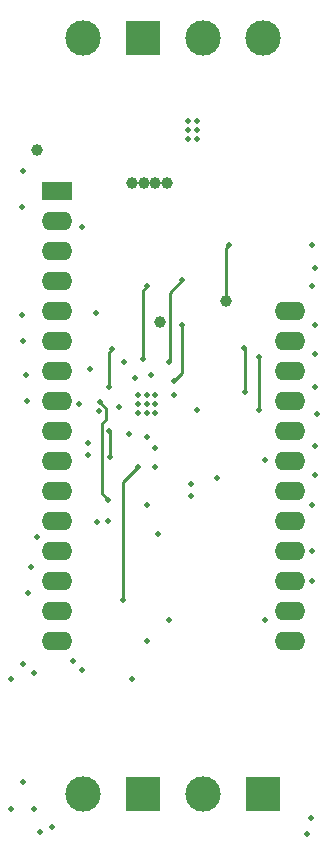
<source format=gbr>
%TF.GenerationSoftware,KiCad,Pcbnew,8.0.0*%
%TF.CreationDate,2024-05-28T22:42:53-04:00*%
%TF.ProjectId,MPPT Charge Controller,4d505054-2043-4686-9172-676520436f6e,0.2*%
%TF.SameCoordinates,Original*%
%TF.FileFunction,Copper,L3,Inr*%
%TF.FilePolarity,Positive*%
%FSLAX46Y46*%
G04 Gerber Fmt 4.6, Leading zero omitted, Abs format (unit mm)*
G04 Created by KiCad (PCBNEW 8.0.0) date 2024-05-28 22:42:53*
%MOMM*%
%LPD*%
G01*
G04 APERTURE LIST*
G04 Aperture macros list*
%AMRoundRect*
0 Rectangle with rounded corners*
0 $1 Rounding radius*
0 $2 $3 $4 $5 $6 $7 $8 $9 X,Y pos of 4 corners*
0 Add a 4 corners polygon primitive as box body*
4,1,4,$2,$3,$4,$5,$6,$7,$8,$9,$2,$3,0*
0 Add four circle primitives for the rounded corners*
1,1,$1+$1,$2,$3*
1,1,$1+$1,$4,$5*
1,1,$1+$1,$6,$7*
1,1,$1+$1,$8,$9*
0 Add four rect primitives between the rounded corners*
20,1,$1+$1,$2,$3,$4,$5,0*
20,1,$1+$1,$4,$5,$6,$7,0*
20,1,$1+$1,$6,$7,$8,$9,0*
20,1,$1+$1,$8,$9,$2,$3,0*%
G04 Aperture macros list end*
%TA.AperFunction,ComponentPad*%
%ADD10RoundRect,0.250000X-1.050000X-0.550000X1.050000X-0.550000X1.050000X0.550000X-1.050000X0.550000X0*%
%TD*%
%TA.AperFunction,ComponentPad*%
%ADD11O,2.600000X1.600000*%
%TD*%
%TA.AperFunction,ComponentPad*%
%ADD12C,3.000000*%
%TD*%
%TA.AperFunction,ComponentPad*%
%ADD13R,3.000000X3.000000*%
%TD*%
%TA.AperFunction,ViaPad*%
%ADD14C,0.500000*%
%TD*%
%TA.AperFunction,ViaPad*%
%ADD15C,1.000000*%
%TD*%
%TA.AperFunction,Conductor*%
%ADD16C,0.250000*%
%TD*%
G04 APERTURE END LIST*
D10*
%TO.N,unconnected-(A1-~{RESET}-Pad1)*%
%TO.C,A1*%
X100140000Y-80960000D03*
D11*
%TO.N,+3.3V*%
X100140000Y-83500000D03*
%TO.N,unconnected-(A1-NC-Pad3)*%
X100140000Y-86040000D03*
%TO.N,GND*%
X100140000Y-88580000D03*
%TO.N,/Solar Voltage*%
X100140000Y-91120000D03*
%TO.N,/Solar Current*%
X100140000Y-93660000D03*
%TO.N,/Battery Voltage*%
X100140000Y-96200000D03*
%TO.N,/Battery Current*%
X100140000Y-98740000D03*
%TO.N,unconnected-(A1-IO36{slash}A4-Pad9)*%
X100140000Y-101280000D03*
%TO.N,unconnected-(A1-IO4{slash}A5-Pad10)*%
X100140000Y-103820000D03*
%TO.N,unconnected-(A1-SCK{slash}IO5-Pad11)*%
X100140000Y-106360000D03*
%TO.N,unconnected-(A1-MOSI{slash}IO18-Pad12)*%
X100140000Y-108900000D03*
%TO.N,unconnected-(A1-MISO{slash}IO19-Pad13)*%
X100140000Y-111440000D03*
%TO.N,unconnected-(A1-RX{slash}IO16-Pad14)*%
X100140000Y-113980000D03*
%TO.N,unconnected-(A1-TX{slash}IO17-Pad15)*%
X100140000Y-116520000D03*
%TO.N,unconnected-(A1-TXD0-Pad16)*%
X100140000Y-119060000D03*
%TO.N,/SDA*%
X119860000Y-119060000D03*
%TO.N,/SCL*%
X119860000Y-116520000D03*
%TO.N,/STAT1*%
X119860000Y-113980000D03*
%TO.N,/STAT2*%
X119860000Y-111440000D03*
%TO.N,/~{Charge EN}*%
X119860000Y-108900000D03*
%TO.N,/SD_CS*%
X119860000Y-106360000D03*
%TO.N,/Load Enable*%
X119860000Y-103820000D03*
%TO.N,unconnected-(A1-D12-Pad24)*%
X119860000Y-101280000D03*
%TO.N,unconnected-(A1-D13-Pad25)*%
X119860000Y-98740000D03*
%TO.N,unconnected-(A1-VBUS-Pad26)*%
X119860000Y-96200000D03*
%TO.N,unconnected-(A1-EN-Pad27)*%
X119860000Y-93660000D03*
%TO.N,unconnected-(A1-VBAT-Pad28)*%
X119860000Y-91120000D03*
%TD*%
D12*
%TO.N,/Input*%
%TO.C,TP15*%
X117620000Y-68000000D03*
%TD*%
%TO.N,GND*%
%TO.C,TP14*%
X102380000Y-68000000D03*
%TD*%
%TO.N,Net-(J2-Pin_2)*%
%TO.C,J3*%
X112540000Y-132000000D03*
D13*
%TO.N,Net-(J3-Pin_1)*%
X117620000Y-132000000D03*
%TD*%
D12*
%TO.N,Net-(J2-Pin_2)*%
%TO.C,J2*%
X102380000Y-132000000D03*
D13*
%TO.N,GND*%
X107460000Y-132000000D03*
%TD*%
D12*
%TO.N,/Input*%
%TO.C,J1*%
X112540000Y-68000000D03*
D13*
%TO.N,GND*%
X107460000Y-68000000D03*
%TD*%
D14*
%TO.N,GND*%
X108750000Y-110000000D03*
%TO.N,+3.3V*%
X111475000Y-106750000D03*
%TO.N,PWR GND*%
X108500000Y-104325000D03*
%TO.N,/MPPSET*%
X107750000Y-107500000D03*
%TO.N,/SCL*%
X109655000Y-117250000D03*
%TO.N,/SDA*%
X107750000Y-119000000D03*
%TO.N,/TS*%
X104575000Y-101250000D03*
%TO.N,/VCC*%
X116100000Y-97950002D03*
X116000000Y-94200000D03*
X104850000Y-94350000D03*
%TO.N,/STAT2*%
X106250000Y-101500000D03*
%TO.N,/MPPSET*%
X103775000Y-98782635D03*
%TO.N,/TS*%
X104641320Y-103499654D03*
%TO.N,/Load Enable*%
X117750000Y-103750000D03*
X117750000Y-117250000D03*
%TO.N,Net-(D4-A)*%
X96250000Y-133250000D03*
%TO.N,Net-(D3-A)*%
X98250000Y-133287500D03*
%TO.N,GND*%
X111250000Y-76500000D03*
X112000000Y-76500000D03*
X111250000Y-75750000D03*
X112000000Y-75750000D03*
X112000000Y-75000000D03*
X111250000Y-75000000D03*
X113750000Y-105250000D03*
X111500000Y-105750000D03*
%TO.N,Net-(U1-SRN)*%
X105750000Y-115555000D03*
X107000000Y-104325000D03*
%TO.N,/PH*%
X114750000Y-85500000D03*
X121750000Y-85500000D03*
%TO.N,/LODRV*%
X109655000Y-95420000D03*
X110750000Y-88500000D03*
X122000000Y-87500000D03*
%TO.N,/HIDRV*%
X107410464Y-95124536D03*
X107800000Y-89000000D03*
X121750000Y-89000000D03*
%TO.N,/BTST*%
X110062500Y-97000000D03*
X110750000Y-92250000D03*
X122000000Y-92250000D03*
%TO.N,/RGEN*%
X112000000Y-99475000D03*
X117250000Y-99500000D03*
X117250000Y-95000000D03*
X122000000Y-94750000D03*
%TO.N,/VREF*%
X122200000Y-99800000D03*
%TO.N,/VCC*%
X104525000Y-97500000D03*
X122000000Y-97500000D03*
%TO.N,/VFB*%
X108500000Y-102675000D03*
X122000000Y-102500000D03*
%TO.N,/TS*%
X122000000Y-105000000D03*
%TO.N,/MPPSET*%
X121750000Y-107500000D03*
%TO.N,/~{Charge EN}*%
X104500000Y-108900000D03*
%TO.N,/MPPSET*%
X104500000Y-107062500D03*
%TO.N,/VREF*%
X103700000Y-99600000D03*
X107750000Y-101750000D03*
%TO.N,/STAT2*%
X121300000Y-135350000D03*
X121750000Y-111440000D03*
X98750000Y-135250000D03*
%TO.N,/STAT1*%
X99750000Y-134750000D03*
X121650000Y-134050000D03*
X121750000Y-114000000D03*
%TO.N,/Battery Voltage*%
X97500000Y-96500000D03*
X97750000Y-115000000D03*
%TO.N,/Battery Current*%
X97600000Y-98700000D03*
X98000000Y-112750000D03*
%TO.N,Net-(D1-K)*%
X103500000Y-91275000D03*
%TO.N,+3.3V*%
X98500000Y-110250000D03*
%TO.N,/Solar Voltage*%
X97200000Y-91400000D03*
X97200000Y-82300000D03*
D15*
%TO.N,/Input*%
X109500000Y-80250000D03*
X108500000Y-80250000D03*
X107500000Y-80250000D03*
X106500000Y-80250000D03*
D14*
%TO.N,/VIN*%
X102050000Y-98950000D03*
X102250000Y-84000000D03*
%TO.N,/STAT2*%
X106500000Y-122250000D03*
X96250000Y-122250000D03*
%TO.N,/STAT1*%
X98250000Y-121750000D03*
X102250000Y-121500000D03*
X105400000Y-99257149D03*
%TO.N,/PH*%
X108137501Y-96517501D03*
D15*
X114500000Y-90250000D03*
D14*
%TO.N,/VREF*%
X97250000Y-131000000D03*
X97250000Y-121000000D03*
X101500000Y-120700000D03*
X102750000Y-103250000D03*
%TO.N,/RGEN*%
X110094384Y-98250000D03*
%TO.N,/BTST*%
X106750000Y-96800000D03*
D15*
%TO.N,/PH*%
X108880000Y-92060000D03*
D14*
X105845000Y-95420000D03*
D15*
%TO.N,+3.3V*%
X98500000Y-77500000D03*
D14*
%TO.N,/Solar Current*%
X97250000Y-93660000D03*
X97250000Y-79250000D03*
%TO.N,PWR GND*%
X107750000Y-99750000D03*
X102750000Y-102250000D03*
X103000000Y-96000000D03*
X107000000Y-98250000D03*
X107750000Y-98250000D03*
X107000000Y-99750000D03*
X108500000Y-99000000D03*
X103550000Y-108937500D03*
X108500000Y-98250000D03*
X107750000Y-99000000D03*
X108500000Y-99750000D03*
X107000000Y-99000000D03*
%TD*%
D16*
%TO.N,/HIDRV*%
X107410464Y-89389536D02*
X107800000Y-89000000D01*
X107410464Y-95124536D02*
X107410464Y-89389536D01*
%TO.N,/VCC*%
X116100000Y-94300000D02*
X116100000Y-97950002D01*
X116000000Y-94200000D02*
X116100000Y-94300000D01*
X104525000Y-94675000D02*
X104850000Y-94350000D01*
X104525000Y-97500000D02*
X104525000Y-94675000D01*
%TO.N,/PH*%
X114750000Y-85500000D02*
X114500000Y-85750000D01*
X114500000Y-85750000D02*
X114500000Y-90250000D01*
%TO.N,/LODRV*%
X109705000Y-95370000D02*
X109655000Y-95420000D01*
X109705000Y-89545000D02*
X109705000Y-95370000D01*
X110750000Y-88500000D02*
X109705000Y-89545000D01*
%TO.N,/MPPSET*%
X103970000Y-100635600D02*
X104355000Y-100250600D01*
X103970000Y-106532500D02*
X103970000Y-100635600D01*
X104355000Y-100250600D02*
X104355000Y-99362635D01*
X104500000Y-107062500D02*
X103970000Y-106532500D01*
X104355000Y-99362635D02*
X103775000Y-98782635D01*
%TO.N,/TS*%
X104641320Y-101316320D02*
X104575000Y-101250000D01*
X104641320Y-103499654D02*
X104641320Y-101316320D01*
%TO.N,Net-(U1-SRN)*%
X105750000Y-105575000D02*
X107000000Y-104325000D01*
X105750000Y-115555000D02*
X105750000Y-105575000D01*
%TO.N,/BTST*%
X110750000Y-96312500D02*
X110062500Y-97000000D01*
X110750000Y-92250000D02*
X110750000Y-96312500D01*
%TO.N,/RGEN*%
X117250000Y-95250000D02*
X117250000Y-99500000D01*
X117250000Y-95000000D02*
X117250000Y-95250000D01*
%TD*%
M02*

</source>
